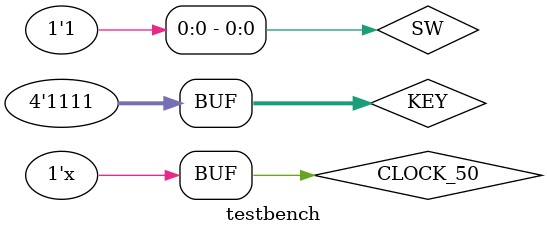
<source format=v>
`timescale 1ns / 1ps

module testbench ( );

	parameter CLOCK_PERIOD = 20;

    reg CLOCK_50;	
	reg [7:0] SW;
	reg [3:0] KEY;
    wire [6:0] HEX3, HEX2, HEX1, HEX0;
	wire [7:0] VGA_X;
	wire [6:0] VGA_Y;
	wire [2:0] VGA_COLOR;

	initial begin
        CLOCK_50 <= 1'b0;
	end // initial
	always @ (*)
	begin : Clock_Generator
		#((CLOCK_PERIOD) / 2) CLOCK_50 <= ~CLOCK_50;
	end

	initial begin
        SW[0] <= 1'b0;
        #10 SW[0] <= 1'b1;
	#10 KEY[0] <= 1'b1;
	#10 KEY[1] <= 1'b1;
	#10 KEY[2] <= 1'b1;
	#10 KEY[3] <= 1'b1;
	#1000000 KEY[0] <= 1'b0;
	#1050000 KEY[0] <= 1'b1;
	end // initial

	display U1 (CLOCK_50, SW[7:0], KEY, VGA_X, VGA_Y, VGA_COLOR, plot, LEDR);

endmodule

</source>
